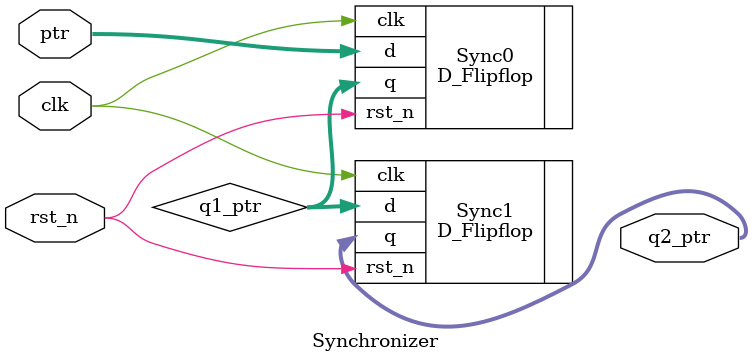
<source format=v>
`timescale 1ns / 1ps


module Synchronizer #(parameter addrsize = 8) (
    q2_ptr,
    clk,
    rst_n,
    ptr    
    );
    
    output [addrsize:0]q2_ptr;
    input clk;
    input rst_n;
    input [addrsize:0]ptr;
    
    wire [addrsize:0]q1_ptr;
    
    D_Flipflop Sync0(.q(q1_ptr), .clk(clk), .rst_n(rst_n), .d(ptr));
    D_Flipflop Sync1(.q(q2_ptr), .clk(clk), .rst_n(rst_n), .d(q1_ptr));
endmodule

</source>
